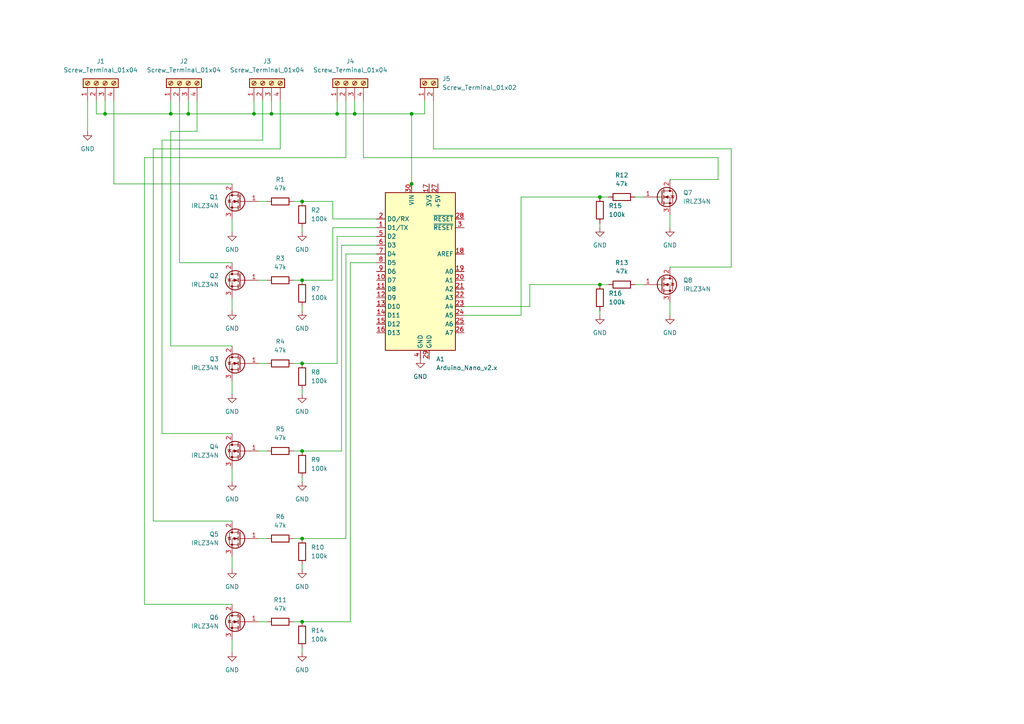
<source format=kicad_sch>
(kicad_sch (version 20211123) (generator eeschema)
  (paper "A4")
  (lib_symbols
    (symbol "Connector:Screw_Terminal_01x02" (pin_names (offset 1.016) hide)
      (property "Reference" "J" (at 0 2.54 0))
      (property "Value" "Screw_Terminal_01x02" (at 0 -5.08 0))
      (symbol "Screw_Terminal_01x02_1_1"
        (rectangle (start -1.27 1.27) (end 1.27 -3.81) (stroke (width 0.254)) (fill (type background)))
        (circle (center 0 -2.54) (radius 0.635) (stroke (width 0.1524)))
        (polyline (pts (xy -0.5334 -2.2098) (xy 0.3302 -3.048)) (stroke (width 0.1524)))
        (polyline (pts (xy -0.5334 0.3302) (xy 0.3302 -0.508)) (stroke (width 0.1524)))
        (polyline (pts (xy -0.3556 -2.032) (xy 0.508 -2.8702)) (stroke (width 0.1524)))
        (polyline (pts (xy -0.3556 0.508) (xy 0.508 -0.3302)) (stroke (width 0.1524)))
        (circle (center 0 0) (radius 0.635) (stroke (width 0.1524)))
        (pin passive line (at -5.08 0 0) (length 3.81) (name "Pin_1") (number "1"))
        (pin passive line (at -5.08 -2.54 0) (length 3.81) (name "Pin_2") (number "2"))
      )
    )
    (symbol "Connector:Screw_Terminal_01x04" (pin_names (offset 1.016) hide)
      (property "Reference" "J" (at 0 5.08 0))
      (property "Value" "Screw_Terminal_01x04" (at 0 -7.62 0))
      (symbol "Screw_Terminal_01x04_1_1"
        (rectangle (start -1.27 3.81) (end 1.27 -6.35) (stroke (width 0.254)) (fill (type background)))
        (circle (center 0 -5.08) (radius 0.635) (stroke (width 0.1524)))
        (circle (center 0 -2.54) (radius 0.635) (stroke (width 0.1524)))
        (polyline (pts (xy -0.5334 -4.7498) (xy 0.3302 -5.588)) (stroke (width 0.1524)))
        (polyline (pts (xy -0.5334 -2.2098) (xy 0.3302 -3.048)) (stroke (width 0.1524)))
        (polyline (pts (xy -0.5334 0.3302) (xy 0.3302 -0.508)) (stroke (width 0.1524)))
        (polyline (pts (xy -0.5334 2.8702) (xy 0.3302 2.032)) (stroke (width 0.1524)))
        (polyline (pts (xy -0.3556 -4.572) (xy 0.508 -5.4102)) (stroke (width 0.1524)))
        (polyline (pts (xy -0.3556 -2.032) (xy 0.508 -2.8702)) (stroke (width 0.1524)))
        (polyline (pts (xy -0.3556 0.508) (xy 0.508 -0.3302)) (stroke (width 0.1524)))
        (polyline (pts (xy -0.3556 3.048) (xy 0.508 2.2098)) (stroke (width 0.1524)))
        (circle (center 0 0) (radius 0.635) (stroke (width 0.1524)))
        (circle (center 0 2.54) (radius 0.635) (stroke (width 0.1524)))
        (pin passive line (at -5.08 2.54 0) (length 3.81) (name "Pin_1") (number "1"))
        (pin passive line (at -5.08 0 0) (length 3.81) (name "Pin_2") (number "2"))
        (pin passive line (at -5.08 -2.54 0) (length 3.81) (name "Pin_3") (number "3"))
        (pin passive line (at -5.08 -5.08 0) (length 3.81) (name "Pin_4") (number "4"))
      )
    )
    (symbol "Device:R" (pin_numbers hide) (pin_names (offset 0))
      (property "Reference" "R" (at 2.032 0 90))
      (property "Value" "R" (at 0 0 90))
      (symbol "R_0_1"
        (rectangle (start -1.016 -2.54) (end 1.016 2.54) (stroke (width 0.254)))
      )
      (symbol "R_1_1"
        (pin passive line (at 0 3.81 270) (length 1.27) (name "~") (number "1"))
        (pin passive line (at 0 -3.81 90) (length 1.27) (name "~") (number "2"))
      )
    )
    (symbol "MCU_Module:Arduino_Nano_v2.x"
      (property "Reference" "A" (at -10.16 23.495 0))
      (property "Value" "Arduino_Nano_v2.x" (at 5.08 -24.13 0))
      (symbol "Arduino_Nano_v2.x_0_1"
        (rectangle (start -10.16 22.86) (end 10.16 -22.86) (stroke (width 0.254)) (fill (type background)))
      )
      (symbol "Arduino_Nano_v2.x_1_1"
        (pin bidirectional line (at -12.7 12.7 0) (length 2.54) (name "D1/TX") (number "1"))
        (pin bidirectional line (at -12.7 -2.54 0) (length 2.54) (name "D7") (number "10"))
        (pin bidirectional line (at -12.7 -5.08 0) (length 2.54) (name "D8") (number "11"))
        (pin bidirectional line (at -12.7 -7.62 0) (length 2.54) (name "D9") (number "12"))
        (pin bidirectional line (at -12.7 -10.16 0) (length 2.54) (name "D10") (number "13"))
        (pin bidirectional line (at -12.7 -12.7 0) (length 2.54) (name "D11") (number "14"))
        (pin bidirectional line (at -12.7 -15.24 0) (length 2.54) (name "D12") (number "15"))
        (pin bidirectional line (at -12.7 -17.78 0) (length 2.54) (name "D13") (number "16"))
        (pin power_out line (at 2.54 25.4 270) (length 2.54) (name "3V3") (number "17"))
        (pin input line (at 12.7 5.08 180) (length 2.54) (name "AREF") (number "18"))
        (pin bidirectional line (at 12.7 0 180) (length 2.54) (name "A0") (number "19"))
        (pin bidirectional line (at -12.7 15.24 0) (length 2.54) (name "D0/RX") (number "2"))
        (pin bidirectional line (at 12.7 -2.54 180) (length 2.54) (name "A1") (number "20"))
        (pin bidirectional line (at 12.7 -5.08 180) (length 2.54) (name "A2") (number "21"))
        (pin bidirectional line (at 12.7 -7.62 180) (length 2.54) (name "A3") (number "22"))
        (pin bidirectional line (at 12.7 -10.16 180) (length 2.54) (name "A4") (number "23"))
        (pin bidirectional line (at 12.7 -12.7 180) (length 2.54) (name "A5") (number "24"))
        (pin bidirectional line (at 12.7 -15.24 180) (length 2.54) (name "A6") (number "25"))
        (pin bidirectional line (at 12.7 -17.78 180) (length 2.54) (name "A7") (number "26"))
        (pin power_out line (at 5.08 25.4 270) (length 2.54) (name "+5V") (number "27"))
        (pin input line (at 12.7 15.24 180) (length 2.54) (name "~{RESET}") (number "28"))
        (pin power_in line (at 2.54 -25.4 90) (length 2.54) (name "GND") (number "29"))
        (pin input line (at 12.7 12.7 180) (length 2.54) (name "~{RESET}") (number "3"))
        (pin power_in line (at -2.54 25.4 270) (length 2.54) (name "VIN") (number "30"))
        (pin power_in line (at 0 -25.4 90) (length 2.54) (name "GND") (number "4"))
        (pin bidirectional line (at -12.7 10.16 0) (length 2.54) (name "D2") (number "5"))
        (pin bidirectional line (at -12.7 7.62 0) (length 2.54) (name "D3") (number "6"))
        (pin bidirectional line (at -12.7 5.08 0) (length 2.54) (name "D4") (number "7"))
        (pin bidirectional line (at -12.7 2.54 0) (length 2.54) (name "D5") (number "8"))
        (pin bidirectional line (at -12.7 0 0) (length 2.54) (name "D6") (number "9"))
      )
    )
    (symbol "Transistor_FET:IRLZ34N" (pin_names hide)
      (property "Reference" "Q" (at 6.35 1.905 0))
      (property "Value" "IRLZ34N" (at 6.35 0 0))
      (symbol "IRLZ34N_0_1"
        (polyline (pts (xy 0.254 0) (xy -2.54 0)))
        (polyline (pts (xy 0.254 1.905) (xy 0.254 -1.905)) (stroke (width 0.254)))
        (polyline (pts (xy 0.762 -1.27) (xy 0.762 -2.286)) (stroke (width 0.254)))
        (polyline (pts (xy 0.762 0.508) (xy 0.762 -0.508)) (stroke (width 0.254)))
        (polyline (pts (xy 0.762 2.286) (xy 0.762 1.27)) (stroke (width 0.254)))
        (polyline (pts (xy 2.54 2.54) (xy 2.54 1.778)))
        (polyline (pts (xy 2.54 -2.54) (xy 2.54 0) (xy 0.762 0)))
        (polyline (pts (xy 0.762 -1.778) (xy 3.302 -1.778) (xy 3.302 1.778) (xy 0.762 1.778)))
        (polyline (pts (xy 1.016 0) (xy 2.032 0.381) (xy 2.032 -0.381) (xy 1.016 0)) (fill (type outline)))
        (polyline (pts (xy 2.794 0.508) (xy 2.921 0.381) (xy 3.683 0.381) (xy 3.81 0.254)))
        (polyline (pts (xy 3.302 0.381) (xy 2.921 -0.254) (xy 3.683 -0.254) (xy 3.302 0.381)))
        (circle (center 1.651 0) (radius 2.794) (stroke (width 0.254)))
        (circle (center 2.54 -1.778) (radius 0.254) (fill (type outline)))
        (circle (center 2.54 1.778) (radius 0.254) (fill (type outline)))
      )
      (symbol "IRLZ34N_1_1"
        (pin input line (at -5.08 0 0) (length 2.54) (name "G") (number "1"))
        (pin passive line (at 2.54 5.08 270) (length 2.54) (name "D") (number "2"))
        (pin passive line (at 2.54 -5.08 90) (length 2.54) (name "S") (number "3"))
      )
    )
    (symbol "power:GND" (power) (pin_names (offset 0))
      (property "Value" "GND" (at 0 -3.81 0))
      (symbol "GND_0_1"
        (polyline (pts (xy 0 0) (xy 0 -1.27) (xy 1.27 -1.27) (xy 0 -2.54) (xy -1.27 -1.27) (xy 0 -1.27)))
      )
      (symbol "GND_1_1"
        (pin power_in line (at 0 0 270) (length 0) hide (name "GND") (number "1"))
      )
    )
  )
  (junction (at 119.38 53.34))
  (junction (at 87.63 180.34))
  (junction (at 173.99 57.15))
  (junction (at 173.99 82.55))
  (junction (at 119.38 33.02))
  (junction (at 78.74 33.02))
  (junction (at 49.53 33.02))
  (junction (at 73.66 33.02))
  (junction (at 97.79 33.02))
  (junction (at 87.63 156.21))
  (junction (at 87.63 105.41))
  (junction (at 30.48 33.02))
  (junction (at 54.61 33.02))
  (junction (at 87.63 130.81))
  (junction (at 102.87 33.02))
  (junction (at 87.63 81.28))
  (junction (at 87.63 58.42))
  (wire (pts (xy 67.31 161.29) (xy 67.31 165.1)))
  (wire (pts (xy 208.28 52.07) (xy 194.31 52.07)))
  (wire (pts (xy 49.53 33.02) (xy 30.48 33.02)))
  (wire (pts (xy 74.93 58.42) (xy 77.47 58.42)))
  (wire (pts (xy 123.19 29.21) (xy 123.19 33.02)))
  (wire (pts (xy 49.53 38.1) (xy 49.53 100.33)))
  (wire (pts (xy 73.66 29.21) (xy 73.66 33.02)))
  (wire (pts (xy 186.69 82.55) (xy 184.15 82.55)))
  (wire (pts (xy 67.31 63.5) (xy 67.31 67.31)))
  (wire (pts (xy 109.22 71.12) (xy 99.06 71.12)))
  (wire (pts (xy 119.38 53.34) (xy 119.38 54.61)))
  (wire (pts (xy 96.52 81.28) (xy 87.63 81.28)))
  (wire (pts (xy 74.93 156.21) (xy 77.47 156.21)))
  (wire (pts (xy 44.45 151.13) (xy 67.31 151.13)))
  (wire (pts (xy 54.61 29.21) (xy 54.61 33.02)))
  (wire (pts (xy 97.79 105.41) (xy 87.63 105.41)))
  (wire (pts (xy 76.2 40.64) (xy 46.99 40.64)))
  (wire (pts (xy 49.53 29.21) (xy 49.53 33.02)))
  (wire (pts (xy 46.99 125.73) (xy 67.31 125.73)))
  (wire (pts (xy 102.87 33.02) (xy 119.38 33.02)))
  (wire (pts (xy 208.28 45.72) (xy 208.28 52.07)))
  (wire (pts (xy 99.06 71.12) (xy 99.06 130.81)))
  (wire (pts (xy 125.73 29.21) (xy 125.73 43.18)))
  (wire (pts (xy 30.48 33.02) (xy 30.48 29.21)))
  (wire (pts (xy 109.22 76.2) (xy 101.6 76.2)))
  (wire (pts (xy 119.38 33.02) (xy 123.19 33.02)))
  (wire (pts (xy 100.33 156.21) (xy 87.63 156.21)))
  (wire (pts (xy 194.31 62.23) (xy 194.31 66.04)))
  (wire (pts (xy 76.2 29.21) (xy 76.2 40.64)))
  (wire (pts (xy 87.63 163.83) (xy 87.63 165.1)))
  (wire (pts (xy 109.22 73.66) (xy 100.33 73.66)))
  (wire (pts (xy 44.45 43.18) (xy 44.45 151.13)))
  (wire (pts (xy 87.63 138.43) (xy 87.63 139.7)))
  (wire (pts (xy 96.52 66.04) (xy 96.52 81.28)))
  (wire (pts (xy 186.69 57.15) (xy 184.15 57.15)))
  (wire (pts (xy 33.02 53.34) (xy 67.31 53.34)))
  (wire (pts (xy 73.66 33.02) (xy 54.61 33.02)))
  (wire (pts (xy 173.99 90.17) (xy 173.99 91.44)))
  (wire (pts (xy 52.07 76.2) (xy 67.31 76.2)))
  (wire (pts (xy 102.87 33.02) (xy 97.79 33.02)))
  (wire (pts (xy 87.63 187.96) (xy 87.63 189.23)))
  (wire (pts (xy 81.28 29.21) (xy 81.28 43.18)))
  (wire (pts (xy 49.53 100.33) (xy 67.31 100.33)))
  (wire (pts (xy 109.22 68.58) (xy 97.79 68.58)))
  (wire (pts (xy 173.99 64.77) (xy 173.99 66.04)))
  (wire (pts (xy 52.07 29.21) (xy 52.07 76.2)))
  (wire (pts (xy 74.93 105.41) (xy 77.47 105.41)))
  (wire (pts (xy 109.22 63.5) (xy 96.52 63.5)))
  (wire (pts (xy 41.91 175.26) (xy 67.31 175.26)))
  (wire (pts (xy 74.93 81.28) (xy 77.47 81.28)))
  (wire (pts (xy 78.74 29.21) (xy 78.74 33.02)))
  (wire (pts (xy 97.79 29.21) (xy 97.79 33.02)))
  (wire (pts (xy 96.52 66.04) (xy 109.22 66.04)))
  (wire (pts (xy 96.52 63.5) (xy 96.52 58.42)))
  (wire (pts (xy 57.15 38.1) (xy 49.53 38.1)))
  (wire (pts (xy 101.6 76.2) (xy 101.6 180.34)))
  (wire (pts (xy 151.13 91.44) (xy 134.62 91.44)))
  (wire (pts (xy 105.41 29.21) (xy 105.41 45.72)))
  (wire (pts (xy 97.79 68.58) (xy 97.79 105.41)))
  (wire (pts (xy 27.94 29.21) (xy 27.94 33.02)))
  (wire (pts (xy 176.53 57.15) (xy 173.99 57.15)))
  (wire (pts (xy 134.62 88.9) (xy 153.67 88.9)))
  (wire (pts (xy 74.93 130.81) (xy 77.47 130.81)))
  (wire (pts (xy 153.67 88.9) (xy 153.67 82.55)))
  (wire (pts (xy 151.13 57.15) (xy 173.99 57.15)))
  (wire (pts (xy 67.31 135.89) (xy 67.31 139.7)))
  (wire (pts (xy 85.09 58.42) (xy 87.63 58.42)))
  (wire (pts (xy 85.09 156.21) (xy 87.63 156.21)))
  (wire (pts (xy 67.31 86.36) (xy 67.31 90.17)))
  (wire (pts (xy 33.02 29.21) (xy 33.02 53.34)))
  (wire (pts (xy 100.33 45.72) (xy 41.91 45.72)))
  (wire (pts (xy 67.31 185.42) (xy 67.31 189.23)))
  (wire (pts (xy 176.53 82.55) (xy 173.99 82.55)))
  (wire (pts (xy 212.09 43.18) (xy 212.09 77.47)))
  (wire (pts (xy 100.33 73.66) (xy 100.33 156.21)))
  (wire (pts (xy 67.31 110.49) (xy 67.31 114.3)))
  (wire (pts (xy 74.93 180.34) (xy 77.47 180.34)))
  (wire (pts (xy 85.09 105.41) (xy 87.63 105.41)))
  (wire (pts (xy 125.73 43.18) (xy 212.09 43.18)))
  (wire (pts (xy 105.41 45.72) (xy 208.28 45.72)))
  (wire (pts (xy 46.99 40.64) (xy 46.99 125.73)))
  (wire (pts (xy 101.6 180.34) (xy 87.63 180.34)))
  (wire (pts (xy 194.31 87.63) (xy 194.31 91.44)))
  (wire (pts (xy 87.63 88.9) (xy 87.63 90.17)))
  (wire (pts (xy 54.61 33.02) (xy 49.53 33.02)))
  (wire (pts (xy 151.13 57.15) (xy 151.13 91.44)))
  (wire (pts (xy 100.33 29.21) (xy 100.33 45.72)))
  (wire (pts (xy 87.63 113.03) (xy 87.63 114.3)))
  (wire (pts (xy 81.28 43.18) (xy 44.45 43.18)))
  (wire (pts (xy 25.4 29.21) (xy 25.4 38.1)))
  (wire (pts (xy 78.74 33.02) (xy 73.66 33.02)))
  (wire (pts (xy 87.63 66.04) (xy 87.63 67.31)))
  (wire (pts (xy 153.67 82.55) (xy 173.99 82.55)))
  (wire (pts (xy 102.87 29.21) (xy 102.87 33.02)))
  (wire (pts (xy 119.38 33.02) (xy 119.38 53.34)))
  (wire (pts (xy 96.52 58.42) (xy 87.63 58.42)))
  (wire (pts (xy 57.15 29.21) (xy 57.15 38.1)))
  (wire (pts (xy 97.79 33.02) (xy 78.74 33.02)))
  (wire (pts (xy 85.09 180.34) (xy 87.63 180.34)))
  (wire (pts (xy 41.91 45.72) (xy 41.91 175.26)))
  (wire (pts (xy 85.09 130.81) (xy 87.63 130.81)))
  (wire (pts (xy 85.09 81.28) (xy 87.63 81.28)))
  (wire (pts (xy 27.94 33.02) (xy 30.48 33.02)))
  (wire (pts (xy 212.09 77.47) (xy 194.31 77.47)))
  (wire (pts (xy 99.06 130.81) (xy 87.63 130.81)))
  (symbol (lib_id "Device:R") (at 173.99 86.36 0) (mirror y) (unit 1)
    (property "Reference" "R16" (at 176.53 85.0899 0) (effects (justify right)))
    (property "Value" "100k" (at 176.53 87.6299 0) (effects (justify right)))
    (property "Footprint" "Resistor_THT:R_Axial_DIN0207_L6.3mm_D2.5mm_P7.62mm_Horizontal" (effects hide))
  )
  (symbol (lib_id "power:GND") (at 173.99 66.04 0) (mirror y) (unit 1)
    (property "Reference" "#PWR0112" (effects hide))
    (property "Value" "GND" (at 173.99 71.12 0))
  )
  (symbol (lib_id "power:GND") (at 67.31 139.7 0) (unit 1)
    (property "Reference" "#PWR0114" (effects hide))
    (property "Value" "GND" (at 67.31 144.78 0))
  )
  (symbol (lib_id "Device:R") (at 173.99 60.96 0) (mirror y) (unit 1)
    (property "Reference" "R15" (at 176.53 59.6899 0) (effects (justify right)))
    (property "Value" "100k" (at 176.53 62.2299 0) (effects (justify right)))
    (property "Footprint" "Resistor_THT:R_Axial_DIN0207_L6.3mm_D2.5mm_P7.62mm_Horizontal" (effects hide))
  )
  (symbol (lib_id "power:GND") (at 87.63 139.7 0) (unit 1)
    (property "Reference" "#PWR0116" (effects hide))
    (property "Value" "GND" (at 87.63 144.78 0))
  )
  (symbol (lib_id "power:GND") (at 87.63 165.1 0) (unit 1)
    (property "Reference" "#PWR0111" (effects hide))
    (property "Value" "GND" (at 87.63 170.18 0))
  )
  (symbol (lib_id "Device:R") (at 87.63 184.15 0) (unit 1)
    (property "Reference" "R14" (at 90.17 182.8799 0) (effects (justify left)))
    (property "Value" "100k" (at 90.17 185.4199 0) (effects (justify left)))
    (property "Footprint" "Resistor_THT:R_Axial_DIN0207_L6.3mm_D2.5mm_P7.62mm_Horizontal" (effects hide))
  )
  (symbol (lib_id "Device:R") (at 87.63 109.22 0) (unit 1)
    (property "Reference" "R8" (at 90.17 107.9499 0) (effects (justify left)))
    (property "Value" "100k" (at 90.17 110.4899 0) (effects (justify left)))
    (property "Footprint" "Resistor_THT:R_Axial_DIN0207_L6.3mm_D2.5mm_P7.62mm_Horizontal" (effects hide))
  )
  (symbol (lib_id "Device:R") (at 87.63 85.09 0) (unit 1)
    (property "Reference" "R7" (at 90.17 83.8199 0) (effects (justify left)))
    (property "Value" "100k" (at 90.17 86.3599 0) (effects (justify left)))
    (property "Footprint" "Resistor_THT:R_Axial_DIN0207_L6.3mm_D2.5mm_P7.62mm_Horizontal" (effects hide))
  )
  (symbol (lib_id "power:GND") (at 67.31 189.23 0) (unit 1)
    (property "Reference" "#PWR0108" (effects hide))
    (property "Value" "GND" (at 67.31 194.31 0))
  )
  (symbol (lib_id "power:GND") (at 194.31 66.04 0) (mirror y) (unit 1)
    (property "Reference" "#PWR0113" (effects hide))
    (property "Value" "GND" (at 194.31 71.12 0))
  )
  (symbol (lib_id "Transistor_FET:IRLZ34N") (at 69.85 105.41 0) (mirror y) (unit 1)
    (property "Reference" "Q3" (at 63.5 104.1399 0) (effects (justify left)))
    (property "Value" "IRLZ34N" (at 63.5 106.6799 0) (effects (justify left)))
    (property "Footprint" "Package_TO_SOT_THT:TO-220-3_Vertical" (effects hide))
    (property "Datasheet" "http://www.infineon.com/dgdl/irlz34npbf.pdf?fileId=5546d462533600a40153567206892720" (effects hide))
  )
  (symbol (lib_id "power:GND") (at 67.31 67.31 0) (unit 1)
    (property "Reference" "#PWR0102" (effects hide))
    (property "Value" "GND" (at 67.31 72.39 0))
  )
  (symbol (lib_id "power:GND") (at 67.31 114.3 0) (unit 1)
    (property "Reference" "#PWR0106" (effects hide))
    (property "Value" "GND" (at 67.31 119.38 0))
  )
  (symbol (lib_id "Connector:Screw_Terminal_01x02") (at 123.19 24.13 90) (unit 1)
    (property "Reference" "J5" (at 128.27 22.8599 90) (effects (justify right)))
    (property "Value" "Screw_Terminal_01x02" (at 128.27 25.3999 90) (effects (justify right)))
    (property "Footprint" "TerminalBlock:TerminalBlock_Altech_AK300-2_P5.00mm" (effects hide))
  )
  (symbol (lib_id "power:GND") (at 121.92 104.14 0) (unit 1)
    (property "Reference" "#PWR0117" (effects hide))
    (property "Value" "GND" (at 121.92 109.22 0))
  )
  (symbol (lib_id "power:GND") (at 67.31 90.17 0) (unit 1)
    (property "Reference" "#PWR0105" (effects hide))
    (property "Value" "GND" (at 67.31 95.25 0))
  )
  (symbol (lib_id "power:GND") (at 87.63 189.23 0) (unit 1)
    (property "Reference" "#PWR0107" (effects hide))
    (property "Value" "GND" (at 87.63 194.31 0))
  )
  (symbol (lib_id "Transistor_FET:IRLZ34N") (at 69.85 180.34 0) (mirror y) (unit 1)
    (property "Reference" "Q6" (at 63.5 179.0699 0) (effects (justify left)))
    (property "Value" "IRLZ34N" (at 63.5 181.6099 0) (effects (justify left)))
    (property "Footprint" "Package_TO_SOT_THT:TO-220-3_Vertical" (effects hide))
    (property "Datasheet" "http://www.infineon.com/dgdl/irlz34npbf.pdf?fileId=5546d462533600a40153567206892720" (effects hide))
  )
  (symbol (lib_id "Transistor_FET:IRLZ34N") (at 69.85 58.42 0) (mirror y) (unit 1)
    (property "Reference" "Q1" (at 63.5 57.1499 0) (effects (justify left)))
    (property "Value" "IRLZ34N" (at 63.5 59.6899 0) (effects (justify left)))
    (property "Footprint" "Package_TO_SOT_THT:TO-220-3_Vertical" (effects hide))
    (property "Datasheet" "http://www.infineon.com/dgdl/irlz34npbf.pdf?fileId=5546d462533600a40153567206892720" (effects hide))
  )
  (symbol (lib_id "Device:R") (at 81.28 81.28 90) (unit 1)
    (property "Reference" "R3" (at 81.28 74.93 90))
    (property "Value" "47k" (at 81.28 77.47 90))
    (property "Footprint" "Resistor_THT:R_Axial_DIN0207_L6.3mm_D2.5mm_P7.62mm_Horizontal" (effects hide))
  )
  (symbol (lib_id "power:GND") (at 87.63 90.17 0) (unit 1)
    (property "Reference" "#PWR0104" (effects hide))
    (property "Value" "GND" (at 87.63 95.25 0))
  )
  (symbol (lib_id "Device:R") (at 87.63 62.23 0) (unit 1)
    (property "Reference" "R2" (at 90.17 60.9599 0) (effects (justify left)))
    (property "Value" "100k" (at 90.17 63.4999 0) (effects (justify left)))
    (property "Footprint" "Resistor_THT:R_Axial_DIN0207_L6.3mm_D2.5mm_P7.62mm_Horizontal" (effects hide))
  )
  (symbol (lib_id "Connector:Screw_Terminal_01x04") (at 100.33 24.13 90) (unit 1)
    (property "Reference" "J4" (at 101.6 17.78 90))
    (property "Value" "Screw_Terminal_01x04" (at 101.6 20.32 90))
    (property "Footprint" "TerminalBlock:TerminalBlock_Altech_AK300-4_P5.00mm" (effects hide))
  )
  (symbol (lib_id "power:GND") (at 87.63 114.3 0) (unit 1)
    (property "Reference" "#PWR0103" (effects hide))
    (property "Value" "GND" (at 87.63 119.38 0))
  )
  (symbol (lib_id "Device:R") (at 81.28 130.81 90) (unit 1)
    (property "Reference" "R5" (at 81.28 124.46 90))
    (property "Value" "47k" (at 81.28 127 90))
    (property "Footprint" "Resistor_THT:R_Axial_DIN0207_L6.3mm_D2.5mm_P7.62mm_Horizontal" (effects hide))
  )
  (symbol (lib_id "Device:R") (at 81.28 58.42 90) (unit 1)
    (property "Reference" "R1" (at 81.28 52.07 90))
    (property "Value" "47k" (at 81.28 54.61 90))
    (property "Footprint" "Resistor_THT:R_Axial_DIN0207_L6.3mm_D2.5mm_P7.62mm_Horizontal" (effects hide))
  )
  (symbol (lib_id "power:GND") (at 194.31 91.44 0) (mirror y) (unit 1)
    (property "Reference" "#PWR0110" (effects hide))
    (property "Value" "GND" (at 194.31 96.52 0))
  )
  (symbol (lib_id "Device:R") (at 180.34 82.55 270) (mirror x) (unit 1)
    (property "Reference" "R13" (at 180.34 76.2 90))
    (property "Value" "47k" (at 180.34 78.74 90))
    (property "Footprint" "Resistor_THT:R_Axial_DIN0207_L6.3mm_D2.5mm_P7.62mm_Horizontal" (effects hide))
  )
  (symbol (lib_id "power:GND") (at 25.4 38.1 0) (unit 1)
    (property "Reference" "#PWR0119" (effects hide))
    (property "Value" "GND" (at 25.4 43.18 0))
  )
  (symbol (lib_id "power:GND") (at 67.31 165.1 0) (unit 1)
    (property "Reference" "#PWR0115" (effects hide))
    (property "Value" "GND" (at 67.31 170.18 0))
  )
  (symbol (lib_id "Device:R") (at 81.28 180.34 90) (unit 1)
    (property "Reference" "R11" (at 81.28 173.99 90))
    (property "Value" "47k" (at 81.28 176.53 90))
    (property "Footprint" "Resistor_THT:R_Axial_DIN0207_L6.3mm_D2.5mm_P7.62mm_Horizontal" (effects hide))
  )
  (symbol (lib_id "Device:R") (at 180.34 57.15 270) (mirror x) (unit 1)
    (property "Reference" "R12" (at 180.34 50.8 90))
    (property "Value" "47k" (at 180.34 53.34 90))
    (property "Footprint" "Resistor_THT:R_Axial_DIN0207_L6.3mm_D2.5mm_P7.62mm_Horizontal" (effects hide))
  )
  (symbol (lib_id "Transistor_FET:IRLZ34N") (at 69.85 156.21 0) (mirror y) (unit 1)
    (property "Reference" "Q5" (at 63.5 154.9399 0) (effects (justify left)))
    (property "Value" "IRLZ34N" (at 63.5 157.4799 0) (effects (justify left)))
    (property "Footprint" "Package_TO_SOT_THT:TO-220-3_Vertical" (effects hide))
    (property "Datasheet" "http://www.infineon.com/dgdl/irlz34npbf.pdf?fileId=5546d462533600a40153567206892720" (effects hide))
  )
  (symbol (lib_id "Connector:Screw_Terminal_01x04") (at 52.07 24.13 90) (unit 1)
    (property "Reference" "J2" (at 53.34 17.78 90))
    (property "Value" "Screw_Terminal_01x04" (at 53.34 20.32 90))
    (property "Footprint" "TerminalBlock:TerminalBlock_Altech_AK300-4_P5.00mm" (effects hide))
  )
  (symbol (lib_id "Connector:Screw_Terminal_01x04") (at 76.2 24.13 90) (unit 1)
    (property "Reference" "J3" (at 77.47 17.78 90))
    (property "Value" "Screw_Terminal_01x04" (at 77.47 20.32 90))
    (property "Footprint" "TerminalBlock:TerminalBlock_Altech_AK300-4_P5.00mm" (effects hide))
  )
  (symbol (lib_id "Device:R") (at 87.63 160.02 0) (unit 1)
    (property "Reference" "R10" (at 90.17 158.7499 0) (effects (justify left)))
    (property "Value" "100k" (at 90.17 161.2899 0) (effects (justify left)))
    (property "Footprint" "Resistor_THT:R_Axial_DIN0207_L6.3mm_D2.5mm_P7.62mm_Horizontal" (effects hide))
  )
  (symbol (lib_id "Transistor_FET:IRLZ34N") (at 191.77 82.55 0) (unit 1)
    (property "Reference" "Q8" (at 198.12 81.2799 0) (effects (justify left)))
    (property "Value" "IRLZ34N" (at 198.12 83.8199 0) (effects (justify left)))
    (property "Footprint" "Package_TO_SOT_THT:TO-220-3_Vertical" (effects hide))
    (property "Datasheet" "http://www.infineon.com/dgdl/irlz34npbf.pdf?fileId=5546d462533600a40153567206892720" (effects hide))
  )
  (symbol (lib_id "Device:R") (at 81.28 156.21 90) (unit 1)
    (property "Reference" "R6" (at 81.28 149.86 90))
    (property "Value" "47k" (at 81.28 152.4 90))
    (property "Footprint" "Resistor_THT:R_Axial_DIN0207_L6.3mm_D2.5mm_P7.62mm_Horizontal" (effects hide))
  )
  (symbol (lib_id "Transistor_FET:IRLZ34N") (at 69.85 81.28 0) (mirror y) (unit 1)
    (property "Reference" "Q2" (at 63.5 80.0099 0) (effects (justify left)))
    (property "Value" "IRLZ34N" (at 63.5 82.5499 0) (effects (justify left)))
    (property "Footprint" "Package_TO_SOT_THT:TO-220-3_Vertical" (effects hide))
    (property "Datasheet" "http://www.infineon.com/dgdl/irlz34npbf.pdf?fileId=5546d462533600a40153567206892720" (effects hide))
  )
  (symbol (lib_id "power:GND") (at 173.99 91.44 0) (mirror y) (unit 1)
    (property "Reference" "#PWR0109" (effects hide))
    (property "Value" "GND" (at 173.99 96.52 0))
  )
  (symbol (lib_id "Transistor_FET:IRLZ34N") (at 191.77 57.15 0) (unit 1)
    (property "Reference" "Q7" (at 198.12 55.8799 0) (effects (justify left)))
    (property "Value" "IRLZ34N" (at 198.12 58.4199 0) (effects (justify left)))
    (property "Footprint" "Package_TO_SOT_THT:TO-220-3_Vertical" (effects hide))
    (property "Datasheet" "http://www.infineon.com/dgdl/irlz34npbf.pdf?fileId=5546d462533600a40153567206892720" (effects hide))
  )
  (symbol (lib_id "Device:R") (at 87.63 134.62 0) (unit 1)
    (property "Reference" "R9" (at 90.17 133.3499 0) (effects (justify left)))
    (property "Value" "100k" (at 90.17 135.8899 0) (effects (justify left)))
    (property "Footprint" "Resistor_THT:R_Axial_DIN0207_L6.3mm_D2.5mm_P7.62mm_Horizontal" (effects hide))
  )
  (symbol (lib_id "Transistor_FET:IRLZ34N") (at 69.85 130.81 0) (mirror y) (unit 1)
    (property "Reference" "Q4" (at 63.5 129.5399 0) (effects (justify left)))
    (property "Value" "IRLZ34N" (at 63.5 132.0799 0) (effects (justify left)))
    (property "Footprint" "Package_TO_SOT_THT:TO-220-3_Vertical" (effects hide))
    (property "Datasheet" "http://www.infineon.com/dgdl/irlz34npbf.pdf?fileId=5546d462533600a40153567206892720" (effects hide))
  )
  (symbol (lib_id "Device:R") (at 81.28 105.41 90) (unit 1)
    (property "Reference" "R4" (at 81.28 99.06 90))
    (property "Value" "47k" (at 81.28 101.6 90))
    (property "Footprint" "Resistor_THT:R_Axial_DIN0207_L6.3mm_D2.5mm_P7.62mm_Horizontal" (effects hide))
  )
  (symbol (lib_id "Connector:Screw_Terminal_01x04") (at 27.94 24.13 90) (unit 1)
    (property "Reference" "J1" (at 29.21 17.78 90))
    (property "Value" "Screw_Terminal_01x04" (at 29.21 20.32 90))
    (property "Footprint" "TerminalBlock:TerminalBlock_Altech_AK300-4_P5.00mm" (effects hide))
  )
  (symbol (lib_id "MCU_Module:Arduino_Nano_v2.x") (at 121.92 78.74 0) (unit 1)
    (property "Reference" "A1" (at 126.4794 104.14 0) (effects (justify left)))
    (property "Value" "Arduino_Nano_v2.x" (at 126.4794 106.68 0) (effects (justify left)))
    (property "Footprint" "Module:Arduino_Nano" (effects hide))
    (property "Datasheet" "https://www.arduino.cc/en/uploads/Main/ArduinoNanoManual23.pdf" (effects hide))
  )
  (symbol (lib_id "power:GND") (at 87.63 67.31 0) (unit 1)
    (property "Reference" "#PWR0101" (effects hide))
    (property "Value" "GND" (at 87.63 72.39 0))
  )
)
</source>
